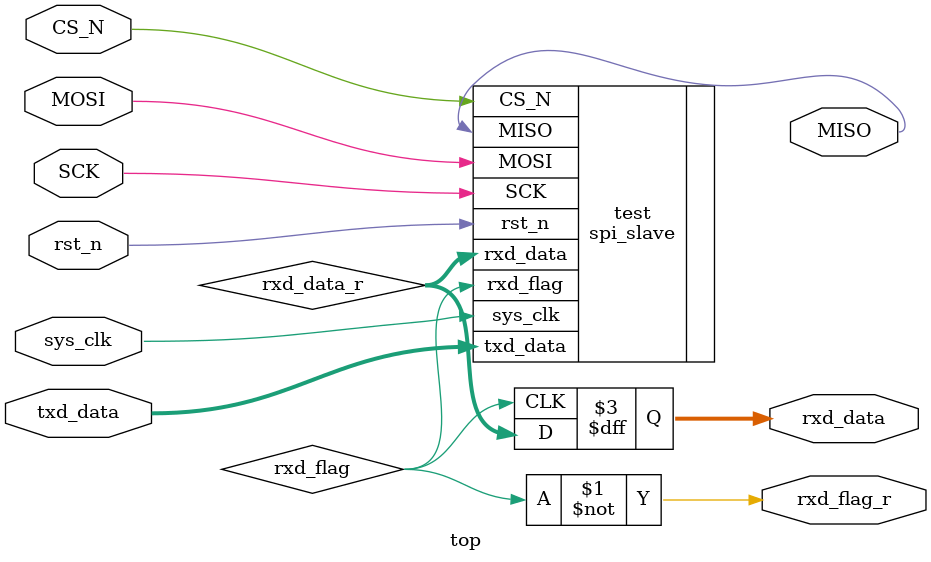
<source format=v>
`timescale 1ns / 1ps


module top(
	input wire sys_clk,
	input wire rst_n,
	input wire CS_N,
	input wire SCK,
	input wire MOSI,
	input wire [7:0] txd_data,
	output wire MISO,
	output reg [7:0] rxd_data,
	output rxd_flag_r
    );
    
    wire rxd_flag;
    wire [7:0] rxd_data_r;
    
    spi_slave test(
    	.sys_clk(sys_clk),
    	.rst_n(rst_n),
    	.CS_N(CS_N),
    	.SCK(SCK),
    	.MOSI(MOSI),
    	.txd_data(txd_data),
    	.MISO(MISO),
    	.rxd_data(rxd_data_r),
    	.rxd_flag(rxd_flag)
    );
    
    assign rxd_flag_r = ~ rxd_flag;
    always @ (posedge rxd_flag) begin
    	rxd_data <= rxd_data_r;
    end
endmodule


//module spi_slave(
//	input    wire    sys_clk,
//	input    wire    rst_n,
//	input    wire    CS_N,
//	input    wire    SCK,
//	input    wire    MOSI,
//	input    wire    [7:0] txd_data,
//	output   reg     MISO,
//	output   reg     [7:0] rxd_data
////	output   wire    rxd_flag
//    );
</source>
